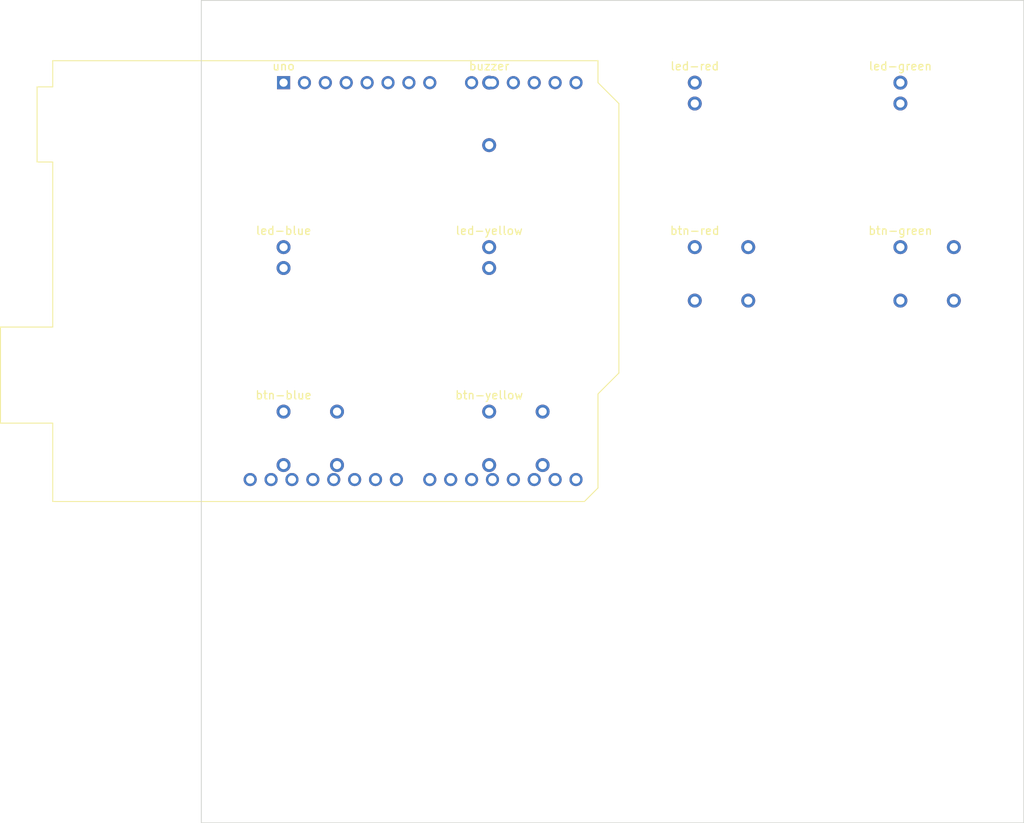
<source format=kicad_pcb>
(kicad_pcb (version 20240108) (generator sparkbench) (generator_version "1.0")
  (layers (0 F.Cu signal) (31 B.Cu signal) (36 B.SilkS user) (37 F.SilkS user) (38 B.Mask user) (39 F.Mask user) (44 Edge.Cuts user))
  (title_block (title "Sparkbench PCB Editor Alpha"))
  (net 0 "")
  (net 1 Net-1)
  (net 2 Net-2)
  (net 3 Net-3)
  (net 4 Net-4)
  (net 5 Net-5)
  (net 6 Net-6)
  (net 7 Net-7)
  (net 8 Net-8)
  (net 9 Net-9)
  (net 10 Net-10)
  (footprint Arduino-Uno-Shield (layer F.Cu) (at 10 10)
    (fp_text reference uno (at 0 -2) (layer F.SilkS))
    (fp_text value Arduino-Uno-Shield)
    (fp_line (start -34.42 29.72) (end -34.42 41.4) (layer F.SilkS) (stroke (width 0.12)))
    (fp_line (start -34.42 41.4) (end -28.07 41.4) (layer F.SilkS) (stroke (width 0.12)))
    (fp_line (start -29.97 0.51) (end -29.97 9.65) (layer F.SilkS) (stroke (width 0.12)))
    (fp_line (start -29.97 9.65) (end -28.07 9.65) (layer F.SilkS) (stroke (width 0.12)))
    (fp_line (start -28.07 -2.67) (end -28.07 0.51) (layer F.SilkS) (stroke (width 0.12)))
    (fp_line (start -28.07 0.51) (end -29.97 0.51) (layer F.SilkS) (stroke (width 0.12)))
    (fp_line (start -28.07 9.65) (end -28.07 29.72) (layer F.SilkS) (stroke (width 0.12)))
    (fp_line (start -28.07 29.72) (end -34.42 29.72) (layer F.SilkS) (stroke (width 0.12)))
    (fp_line (start -28.07 41.4) (end -28.07 50.93) (layer F.SilkS) (stroke (width 0.12)))
    (fp_line (start -28.07 50.93) (end 36.58 50.93) (layer F.SilkS) (stroke (width 0.12)))
    (fp_line (start 36.58 50.93) (end 38.23 49.28) (layer F.SilkS) (stroke (width 0.12)))
    (fp_line (start 38.23 -2.67) (end -28.07 -2.67) (layer F.SilkS) (stroke (width 0.12)))
    (fp_line (start 38.23 0) (end 38.23 -2.67) (layer F.SilkS) (stroke (width 0.12)))
    (fp_line (start 38.23 37.85) (end 40.77 35.31) (layer F.SilkS) (stroke (width 0.12)))
    (fp_line (start 38.23 49.28) (end 38.23 37.85) (layer F.SilkS) (stroke (width 0.12)))
    (fp_line (start 40.77 2.54) (end 38.23 0) (layer F.SilkS) (stroke (width 0.12)))
    (fp_line (start 40.77 35.31) (end 40.77 2.54) (layer F.SilkS) (stroke (width 0.12)))
    (pad uno:0 thru_hole rect (at 0 0) (size 1.6 1.6) (layers F.Cu B.Cu) (drill 1))
    (pad uno:1 thru_hole circle (at 2.54 0) (size 1.6 1.6) (layers F.Cu B.Cu) (drill 1))
    (pad uno:2 thru_hole circle (at 5.08 0) (size 1.6 1.6) (layers F.Cu B.Cu) (drill 1) (net 2 Net-2))
    (pad uno:3 thru_hole circle (at 7.62 0) (size 1.6 1.6) (layers F.Cu B.Cu) (drill 1) (net 3 Net-3))
    (pad uno:4 thru_hole circle (at 10.16 0) (size 1.6 1.6) (layers F.Cu B.Cu) (drill 1) (net 4 Net-4))
    (pad uno:5 thru_hole circle (at 12.7 0) (size 1.6 1.6) (layers F.Cu B.Cu) (drill 1) (net 5 Net-5))
    (pad uno:6 thru_hole circle (at 15.24 0) (size 1.6 1.6) (layers F.Cu B.Cu) (drill 1))
    (pad uno:7 thru_hole circle (at 17.78 0) (size 1.6 1.6) (layers F.Cu B.Cu) (drill 1))
    (pad uno:8 thru_hole circle (at 22.86 0) (size 1.6 1.6) (layers F.Cu B.Cu) (drill 1) (net 6 Net-6))
    (pad uno:9 thru_hole circle (at 25.4 0) (size 1.6 1.6) (layers F.Cu B.Cu) (drill 1) (net 7 Net-7))
    (pad uno:10 thru_hole circle (at 27.94 0) (size 1.6 1.6) (layers F.Cu B.Cu) (drill 1) (net 8 Net-8))
    (pad uno:11 thru_hole circle (at 30.48 0) (size 1.6 1.6) (layers F.Cu B.Cu) (drill 1) (net 9 Net-9))
    (pad uno:12 thru_hole circle (at 33.02 0) (size 1.6 1.6) (layers F.Cu B.Cu) (drill 1) (net 10 Net-10))
    (pad uno:13 thru_hole circle (at 35.56 0) (size 1.6 1.6) (layers F.Cu B.Cu) (drill 1))
    (pad uno:A0 thru_hole circle (at 35.56 48.26) (size 1.6 1.6) (layers F.Cu B.Cu) (drill 1))
    (pad uno:A1 thru_hole circle (at 33.02 48.26) (size 1.6 1.6) (layers F.Cu B.Cu) (drill 1))
    (pad uno:A2 thru_hole circle (at 30.48 48.26) (size 1.6 1.6) (layers F.Cu B.Cu) (drill 1))
    (pad uno:A3 thru_hole circle (at 27.94 48.26) (size 1.6 1.6) (layers F.Cu B.Cu) (drill 1))
    (pad uno:A4 thru_hole circle (at 25.4 48.26) (size 1.6 1.6) (layers F.Cu B.Cu) (drill 1))
    (pad uno:A5 thru_hole circle (at 22.86 48.26) (size 1.6 1.6) (layers F.Cu B.Cu) (drill 1))
    (pad uno:GND.1 thru_hole circle (at 20.32 48.26) (size 1.6 1.6) (layers F.Cu B.Cu) (drill 1) (net 1 Net-1))
    (pad uno:AREF thru_hole circle (at 17.78 48.26) (size 1.6 1.6) (layers F.Cu B.Cu) (drill 1))
    (pad uno:VIN thru_hole circle (at 13.72 48.26) (size 1.6 1.6) (layers F.Cu B.Cu) (drill 1))
    (pad uno:GND.2 thru_hole circle (at 11.18 48.26) (size 1.6 1.6) (layers F.Cu B.Cu) (drill 1))
    (pad uno:GND.3 thru_hole circle (at 8.64 48.26) (size 1.6 1.6) (layers F.Cu B.Cu) (drill 1))
    (pad uno:5V thru_hole circle (at 6.1 48.26) (size 1.6 1.6) (layers F.Cu B.Cu) (drill 1))
    (pad uno:3.3V thru_hole circle (at 3.56 48.26) (size 1.6 1.6) (layers F.Cu B.Cu) (drill 1))
    (pad uno:RESET thru_hole circle (at 1.02 48.26) (size 1.6 1.6) (layers F.Cu B.Cu) (drill 1))
    (pad uno:IOREF thru_hole circle (at -1.52 48.26) (size 1.6 1.6) (layers F.Cu B.Cu) (drill 1))
    (pad uno:NC thru_hole circle (at -4.06 48.26) (size 1.6 1.6) (layers F.Cu B.Cu) (drill 1))
  )
  (footprint Buzzer-12mm (layer F.Cu) (at 35 10)
    (fp_text reference buzzer (at 0 -2) (layer F.SilkS))
    (fp_text value Buzzer-12mm)
    (pad buzzer:1 thru_hole circle (at 0 0) (size 1.7 1.7) (layers F.Cu B.Cu) (drill 1) (net 1 Net-1))
    (pad buzzer:2 thru_hole circle (at 0 7.6) (size 1.7 1.7) (layers F.Cu B.Cu) (drill 1) (net 6 Net-6))
  )
  (footprint LED-THT-3mm (layer F.Cu) (at 60 10)
    (fp_text reference led-red (at 0 -2) (layer F.SilkS))
    (fp_text value LED-THT-3mm)
    (pad led-red:1 thru_hole circle (at 0 0) (size 1.7 1.7) (layers F.Cu B.Cu) (drill 1) (net 10 Net-10))
    (pad led-red:2 thru_hole circle (at 0 2.54) (size 1.7 1.7) (layers F.Cu B.Cu) (drill 1) (net 1 Net-1))
  )
  (footprint LED-THT-3mm (layer F.Cu) (at 85 10)
    (fp_text reference led-green (at 0 -2) (layer F.SilkS))
    (fp_text value LED-THT-3mm)
    (pad led-green:1 thru_hole circle (at 0 0) (size 1.7 1.7) (layers F.Cu B.Cu) (drill 1) (net 9 Net-9))
    (pad led-green:2 thru_hole circle (at 0 2.54) (size 1.7 1.7) (layers F.Cu B.Cu) (drill 1) (net 1 Net-1))
  )
  (footprint LED-THT-3mm (layer F.Cu) (at 10 30)
    (fp_text reference led-blue (at 0 -2) (layer F.SilkS))
    (fp_text value LED-THT-3mm)
    (pad led-blue:1 thru_hole circle (at 0 0) (size 1.7 1.7) (layers F.Cu B.Cu) (drill 1) (net 8 Net-8))
    (pad led-blue:2 thru_hole circle (at 0 2.54) (size 1.7 1.7) (layers F.Cu B.Cu) (drill 1) (net 1 Net-1))
  )
  (footprint LED-THT-3mm (layer F.Cu) (at 35 30)
    (fp_text reference led-yellow (at 0 -2) (layer F.SilkS))
    (fp_text value LED-THT-3mm)
    (pad led-yellow:1 thru_hole circle (at 0 0) (size 1.7 1.7) (layers F.Cu B.Cu) (drill 1) (net 7 Net-7))
    (pad led-yellow:2 thru_hole circle (at 0 2.54) (size 1.7 1.7) (layers F.Cu B.Cu) (drill 1) (net 1 Net-1))
  )
  (footprint SW-THT-6mm (layer F.Cu) (at 60 30)
    (fp_text reference btn-red (at 0 -2) (layer F.SilkS))
    (fp_text value SW-THT-6mm)
    (pad btn-red:1 thru_hole circle (at 0 0) (size 1.7 1.7) (layers F.Cu B.Cu) (drill 1) (net 1 Net-1))
    (pad btn-red:2 thru_hole circle (at 6.5 0) (size 1.7 1.7) (layers F.Cu B.Cu) (drill 1))
    (pad btn-red:3 thru_hole circle (at 0 6.5) (size 1.7 1.7) (layers F.Cu B.Cu) (drill 1))
    (pad btn-red:4 thru_hole circle (at 6.5 6.5) (size 1.7 1.7) (layers F.Cu B.Cu) (drill 1) (net 5 Net-5))
  )
  (footprint SW-THT-6mm (layer F.Cu) (at 85 30)
    (fp_text reference btn-green (at 0 -2) (layer F.SilkS))
    (fp_text value SW-THT-6mm)
    (pad btn-green:1 thru_hole circle (at 0 0) (size 1.7 1.7) (layers F.Cu B.Cu) (drill 1) (net 1 Net-1))
    (pad btn-green:2 thru_hole circle (at 6.5 0) (size 1.7 1.7) (layers F.Cu B.Cu) (drill 1))
    (pad btn-green:3 thru_hole circle (at 0 6.5) (size 1.7 1.7) (layers F.Cu B.Cu) (drill 1))
    (pad btn-green:4 thru_hole circle (at 6.5 6.5) (size 1.7 1.7) (layers F.Cu B.Cu) (drill 1) (net 4 Net-4))
  )
  (footprint SW-THT-6mm (layer F.Cu) (at 10 50)
    (fp_text reference btn-blue (at 0 -2) (layer F.SilkS))
    (fp_text value SW-THT-6mm)
    (pad btn-blue:1 thru_hole circle (at 0 0) (size 1.7 1.7) (layers F.Cu B.Cu) (drill 1) (net 3 Net-3))
    (pad btn-blue:2 thru_hole circle (at 6.5 0) (size 1.7 1.7) (layers F.Cu B.Cu) (drill 1))
    (pad btn-blue:3 thru_hole circle (at 0 6.5) (size 1.7 1.7) (layers F.Cu B.Cu) (drill 1))
    (pad btn-blue:4 thru_hole circle (at 6.5 6.5) (size 1.7 1.7) (layers F.Cu B.Cu) (drill 1) (net 1 Net-1))
  )
  (footprint SW-THT-6mm (layer F.Cu) (at 35 50)
    (fp_text reference btn-yellow (at 0 -2) (layer F.SilkS))
    (fp_text value SW-THT-6mm)
    (pad btn-yellow:1 thru_hole circle (at 0 0) (size 1.7 1.7) (layers F.Cu B.Cu) (drill 1) (net 2 Net-2))
    (pad btn-yellow:2 thru_hole circle (at 6.5 0) (size 1.7 1.7) (layers F.Cu B.Cu) (drill 1))
    (pad btn-yellow:3 thru_hole circle (at 0 6.5) (size 1.7 1.7) (layers F.Cu B.Cu) (drill 1))
    (pad btn-yellow:4 thru_hole circle (at 6.5 6.5) (size 1.7 1.7) (layers F.Cu B.Cu) (drill 1) (net 1 Net-1))
  )
  (gr_line (start 0 0) (end 100 0) (layer Edge.Cuts) (width 0.1))
  (gr_line (start 100 0) (end 100 100) (layer Edge.Cuts) (width 0.1))
  (gr_line (start 100 100) (end 0 100) (layer Edge.Cuts) (width 0.1))
  (gr_line (start 0 100) (end 0 0) (layer Edge.Cuts) (width 0.1))
)
</source>
